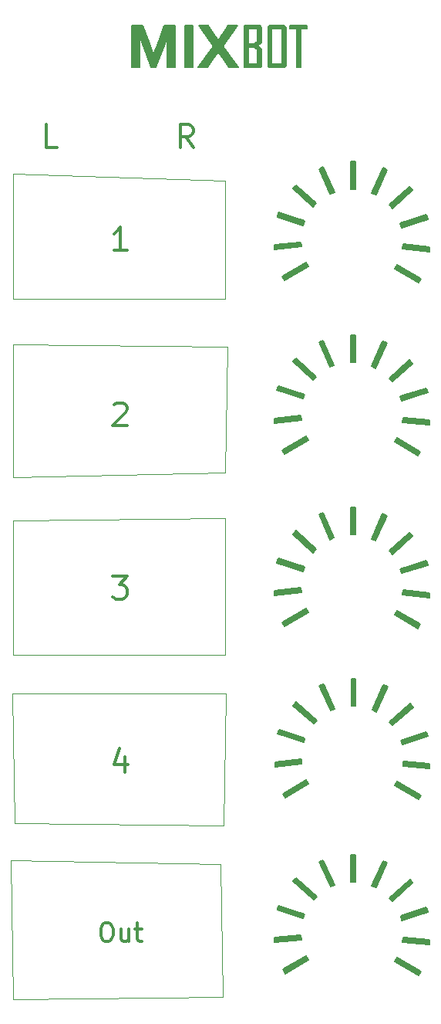
<source format=gto>
G04 #@! TF.GenerationSoftware,KiCad,Pcbnew,(6.0.4)*
G04 #@! TF.CreationDate,2023-11-12T13:57:48+01:00*
G04 #@! TF.ProjectId,FrontPanel_Mixer,46726f6e-7450-4616-9e65-6c5f4d697865,rev?*
G04 #@! TF.SameCoordinates,Original*
G04 #@! TF.FileFunction,Legend,Top*
G04 #@! TF.FilePolarity,Positive*
%FSLAX46Y46*%
G04 Gerber Fmt 4.6, Leading zero omitted, Abs format (unit mm)*
G04 Created by KiCad (PCBNEW (6.0.4)) date 2023-11-12 13:57:48*
%MOMM*%
%LPD*%
G01*
G04 APERTURE LIST*
%ADD10C,0.200000*%
%ADD11C,0.120000*%
%ADD12C,0.300000*%
%ADD13C,3.200000*%
%ADD14C,6.000000*%
%ADD15C,7.000000*%
G04 APERTURE END LIST*
D10*
G36*
X87706535Y-42359400D02*
G01*
X86862339Y-42359400D01*
X86862339Y-37750000D01*
X87706535Y-37750000D01*
X87706535Y-42359400D01*
G37*
X87706535Y-42359400D02*
X86862339Y-42359400D01*
X86862339Y-37750000D01*
X87706535Y-37750000D01*
X87706535Y-42359400D01*
G36*
X99951345Y-78211653D02*
G01*
X99796475Y-78687198D01*
X96944972Y-77760803D01*
X97099136Y-77284554D01*
X99951345Y-78211653D01*
G37*
X99951345Y-78211653D02*
X99796475Y-78687198D01*
X96944972Y-77760803D01*
X97099136Y-77284554D01*
X99951345Y-78211653D01*
G36*
X105551937Y-74679995D02*
G01*
X105051699Y-74679995D01*
X105051699Y-71681031D01*
X105551937Y-71681031D01*
X105551937Y-74679995D01*
G37*
X105551937Y-74679995D02*
X105051699Y-74679995D01*
X105051699Y-71681031D01*
X105551937Y-71681031D01*
X105551937Y-74679995D01*
D11*
X68000000Y-106750000D02*
X91250000Y-106750000D01*
D10*
G36*
X113699952Y-62055778D02*
G01*
X113699952Y-62558839D01*
X110763075Y-62250158D01*
X110815287Y-61752741D01*
X113699952Y-62055778D01*
G37*
X113699952Y-62055778D02*
X113699952Y-62558839D01*
X110763075Y-62250158D01*
X110815287Y-61752741D01*
X113699952Y-62055778D01*
D11*
X68000000Y-67750000D02*
X91250000Y-67750000D01*
D10*
G36*
X103233977Y-75015698D02*
G01*
X102777130Y-75218898D01*
X101557225Y-72479579D01*
X102014425Y-72275673D01*
X103233977Y-75015698D01*
G37*
X103233977Y-75015698D02*
X102777130Y-75218898D01*
X101557225Y-72479579D01*
X102014425Y-72275673D01*
X103233977Y-75015698D01*
G36*
X103272745Y-131985358D02*
G01*
X102815898Y-132188558D01*
X101595993Y-129449239D01*
X102053193Y-129245333D01*
X103272745Y-131985358D01*
G37*
X103272745Y-131985358D02*
X102815898Y-132188558D01*
X101595993Y-129449239D01*
X102053193Y-129245333D01*
X103272745Y-131985358D01*
G36*
X100410071Y-64217459D02*
G01*
X97813627Y-65716763D01*
X97563155Y-65283200D01*
X100160305Y-63783894D01*
X100410071Y-64217459D01*
G37*
X100410071Y-64217459D02*
X97813627Y-65716763D01*
X97563155Y-65283200D01*
X100160305Y-63783894D01*
X100410071Y-64217459D01*
G36*
X105582286Y-55674310D02*
G01*
X105082048Y-55674310D01*
X105082048Y-52675346D01*
X105582286Y-52675346D01*
X105582286Y-55674310D01*
G37*
X105582286Y-55674310D02*
X105082048Y-55674310D01*
X105082048Y-52675346D01*
X105582286Y-52675346D01*
X105582286Y-55674310D01*
G36*
X111864871Y-55802439D02*
G01*
X109636374Y-57809039D01*
X109301588Y-57437211D01*
X111530437Y-55430611D01*
X111864871Y-55802439D01*
G37*
X111864871Y-55802439D02*
X109636374Y-57809039D01*
X109301588Y-57437211D01*
X111530437Y-55430611D01*
X111864871Y-55802439D01*
G36*
X111834522Y-74808124D02*
G01*
X109606025Y-76814724D01*
X109271239Y-76442896D01*
X111500088Y-74436296D01*
X111834522Y-74808124D01*
G37*
X111834522Y-74808124D02*
X109606025Y-76814724D01*
X109271239Y-76442896D01*
X111500088Y-74436296D01*
X111834522Y-74808124D01*
G36*
X100436254Y-120903387D02*
G01*
X97839810Y-122402691D01*
X97589338Y-121969128D01*
X100186488Y-120469822D01*
X100436254Y-120903387D01*
G37*
X100436254Y-120903387D02*
X97839810Y-122402691D01*
X97589338Y-121969128D01*
X100186488Y-120469822D01*
X100436254Y-120903387D01*
G36*
X90024921Y-38697514D02*
G01*
X90179432Y-38923198D01*
X90309040Y-39114453D01*
X90413710Y-39271247D01*
X90493410Y-39393545D01*
X90510696Y-39393545D01*
X90609590Y-39241685D01*
X90720025Y-39075604D01*
X90842037Y-38895367D01*
X90975656Y-38701042D01*
X91633939Y-37749953D01*
X92605137Y-37749953D01*
X91000000Y-40016903D01*
X92674282Y-42359699D01*
X91716491Y-42359699D01*
X90996471Y-41329589D01*
X90866439Y-41142727D01*
X90741501Y-40961024D01*
X90621722Y-40784481D01*
X90507169Y-40613097D01*
X90493410Y-40613097D01*
X90374937Y-40789640D01*
X90253918Y-40967903D01*
X90130319Y-41147886D01*
X90004108Y-41329589D01*
X89284088Y-42359700D01*
X88326650Y-42359700D01*
X90000932Y-40016903D01*
X88395441Y-37749953D01*
X89366993Y-37749953D01*
X90024921Y-38697514D01*
G37*
X90024921Y-38697514D02*
X90179432Y-38923198D01*
X90309040Y-39114453D01*
X90413710Y-39271247D01*
X90493410Y-39393545D01*
X90510696Y-39393545D01*
X90609590Y-39241685D01*
X90720025Y-39075604D01*
X90842037Y-38895367D01*
X90975656Y-38701042D01*
X91633939Y-37749953D01*
X92605137Y-37749953D01*
X91000000Y-40016903D01*
X92674282Y-42359699D01*
X91716491Y-42359699D01*
X90996471Y-41329589D01*
X90866439Y-41142727D01*
X90741501Y-40961024D01*
X90621722Y-40784481D01*
X90507169Y-40613097D01*
X90493410Y-40613097D01*
X90374937Y-40789640D01*
X90253918Y-40967903D01*
X90130319Y-41147886D01*
X90004108Y-41329589D01*
X89284088Y-42359700D01*
X88326650Y-42359700D01*
X90000932Y-40016903D01*
X88395441Y-37749953D01*
X89366993Y-37749953D01*
X90024921Y-38697514D01*
G36*
X105207899Y-79801249D02*
G01*
X105233269Y-79803178D01*
X105258273Y-79806356D01*
X105282878Y-79810749D01*
X105307053Y-79816328D01*
X105330767Y-79823061D01*
X105353987Y-79830916D01*
X105376683Y-79839862D01*
X105398824Y-79849869D01*
X105420376Y-79860903D01*
X105441310Y-79872936D01*
X105461593Y-79885934D01*
X105481193Y-79899866D01*
X105500080Y-79914702D01*
X105518222Y-79930410D01*
X105535588Y-79946958D01*
X105552145Y-79964316D01*
X105567862Y-79982451D01*
X105582708Y-80001333D01*
X105596651Y-80020931D01*
X105609660Y-80041212D01*
X105621703Y-80062146D01*
X105632749Y-80083701D01*
X105642766Y-80105846D01*
X105651722Y-80128550D01*
X105659587Y-80151781D01*
X105666328Y-80175508D01*
X105671914Y-80199699D01*
X105676314Y-80224324D01*
X105679496Y-80249351D01*
X105681428Y-80274749D01*
X105682079Y-80300486D01*
X105681428Y-80326223D01*
X105679496Y-80351620D01*
X105676314Y-80376647D01*
X105671914Y-80401272D01*
X105666328Y-80425463D01*
X105659587Y-80449190D01*
X105651722Y-80472421D01*
X105642766Y-80495125D01*
X105632749Y-80517270D01*
X105621703Y-80538825D01*
X105609660Y-80559759D01*
X105596651Y-80580040D01*
X105582708Y-80599637D01*
X105567862Y-80618520D01*
X105552145Y-80636655D01*
X105535588Y-80654013D01*
X105518222Y-80670561D01*
X105500080Y-80686269D01*
X105481193Y-80701104D01*
X105461593Y-80715037D01*
X105441310Y-80728035D01*
X105420376Y-80740067D01*
X105398824Y-80751102D01*
X105376683Y-80761108D01*
X105353987Y-80770055D01*
X105330767Y-80777910D01*
X105307053Y-80784642D01*
X105282878Y-80790221D01*
X105258273Y-80794615D01*
X105233269Y-80797792D01*
X105207899Y-80799721D01*
X105182193Y-80800371D01*
X105156487Y-80799721D01*
X105131117Y-80797792D01*
X105106113Y-80794615D01*
X105081508Y-80790221D01*
X105057333Y-80784642D01*
X105033619Y-80777910D01*
X105010398Y-80770055D01*
X104987702Y-80761108D01*
X104965561Y-80751102D01*
X104944009Y-80740067D01*
X104923075Y-80728035D01*
X104902792Y-80715037D01*
X104883191Y-80701104D01*
X104864304Y-80686269D01*
X104846162Y-80670561D01*
X104828797Y-80654013D01*
X104812240Y-80636655D01*
X104796523Y-80618520D01*
X104781676Y-80599637D01*
X104767733Y-80580040D01*
X104754724Y-80559759D01*
X104742681Y-80538825D01*
X104731635Y-80517270D01*
X104721618Y-80495125D01*
X104712662Y-80472421D01*
X104704797Y-80449190D01*
X104698056Y-80425463D01*
X104692470Y-80401272D01*
X104688070Y-80376647D01*
X104684889Y-80351620D01*
X104682957Y-80326223D01*
X104682306Y-80300486D01*
X104682957Y-80274749D01*
X104684889Y-80249351D01*
X104688070Y-80224324D01*
X104692470Y-80199699D01*
X104698056Y-80175508D01*
X104704797Y-80151781D01*
X104712662Y-80128550D01*
X104721618Y-80105846D01*
X104731635Y-80083701D01*
X104742681Y-80062146D01*
X104754724Y-80041212D01*
X104767733Y-80020931D01*
X104781676Y-80001333D01*
X104796523Y-79982451D01*
X104812240Y-79964316D01*
X104828797Y-79946958D01*
X104846162Y-79930410D01*
X104864304Y-79914702D01*
X104883191Y-79899866D01*
X104902792Y-79885934D01*
X104923075Y-79872936D01*
X104944009Y-79860903D01*
X104965561Y-79849869D01*
X104987702Y-79839862D01*
X105010398Y-79830916D01*
X105033619Y-79823061D01*
X105057333Y-79816328D01*
X105081508Y-79810749D01*
X105106113Y-79806356D01*
X105131117Y-79803178D01*
X105156487Y-79801249D01*
X105182193Y-79800599D01*
X105207899Y-79801249D01*
G37*
X105207899Y-79801249D02*
X105233269Y-79803178D01*
X105258273Y-79806356D01*
X105282878Y-79810749D01*
X105307053Y-79816328D01*
X105330767Y-79823061D01*
X105353987Y-79830916D01*
X105376683Y-79839862D01*
X105398824Y-79849869D01*
X105420376Y-79860903D01*
X105441310Y-79872936D01*
X105461593Y-79885934D01*
X105481193Y-79899866D01*
X105500080Y-79914702D01*
X105518222Y-79930410D01*
X105535588Y-79946958D01*
X105552145Y-79964316D01*
X105567862Y-79982451D01*
X105582708Y-80001333D01*
X105596651Y-80020931D01*
X105609660Y-80041212D01*
X105621703Y-80062146D01*
X105632749Y-80083701D01*
X105642766Y-80105846D01*
X105651722Y-80128550D01*
X105659587Y-80151781D01*
X105666328Y-80175508D01*
X105671914Y-80199699D01*
X105676314Y-80224324D01*
X105679496Y-80249351D01*
X105681428Y-80274749D01*
X105682079Y-80300486D01*
X105681428Y-80326223D01*
X105679496Y-80351620D01*
X105676314Y-80376647D01*
X105671914Y-80401272D01*
X105666328Y-80425463D01*
X105659587Y-80449190D01*
X105651722Y-80472421D01*
X105642766Y-80495125D01*
X105632749Y-80517270D01*
X105621703Y-80538825D01*
X105609660Y-80559759D01*
X105596651Y-80580040D01*
X105582708Y-80599637D01*
X105567862Y-80618520D01*
X105552145Y-80636655D01*
X105535588Y-80654013D01*
X105518222Y-80670561D01*
X105500080Y-80686269D01*
X105481193Y-80701104D01*
X105461593Y-80715037D01*
X105441310Y-80728035D01*
X105420376Y-80740067D01*
X105398824Y-80751102D01*
X105376683Y-80761108D01*
X105353987Y-80770055D01*
X105330767Y-80777910D01*
X105307053Y-80784642D01*
X105282878Y-80790221D01*
X105258273Y-80794615D01*
X105233269Y-80797792D01*
X105207899Y-80799721D01*
X105182193Y-80800371D01*
X105156487Y-80799721D01*
X105131117Y-80797792D01*
X105106113Y-80794615D01*
X105081508Y-80790221D01*
X105057333Y-80784642D01*
X105033619Y-80777910D01*
X105010398Y-80770055D01*
X104987702Y-80761108D01*
X104965561Y-80751102D01*
X104944009Y-80740067D01*
X104923075Y-80728035D01*
X104902792Y-80715037D01*
X104883191Y-80701104D01*
X104864304Y-80686269D01*
X104846162Y-80670561D01*
X104828797Y-80654013D01*
X104812240Y-80636655D01*
X104796523Y-80618520D01*
X104781676Y-80599637D01*
X104767733Y-80580040D01*
X104754724Y-80559759D01*
X104742681Y-80538825D01*
X104731635Y-80517270D01*
X104721618Y-80495125D01*
X104712662Y-80472421D01*
X104704797Y-80449190D01*
X104698056Y-80425463D01*
X104692470Y-80401272D01*
X104688070Y-80376647D01*
X104684889Y-80351620D01*
X104682957Y-80326223D01*
X104682306Y-80300486D01*
X104682957Y-80274749D01*
X104684889Y-80249351D01*
X104688070Y-80224324D01*
X104692470Y-80199699D01*
X104698056Y-80175508D01*
X104704797Y-80151781D01*
X104712662Y-80128550D01*
X104721618Y-80105846D01*
X104731635Y-80083701D01*
X104742681Y-80062146D01*
X104754724Y-80041212D01*
X104767733Y-80020931D01*
X104781676Y-80001333D01*
X104796523Y-79982451D01*
X104812240Y-79964316D01*
X104828797Y-79946958D01*
X104846162Y-79930410D01*
X104864304Y-79914702D01*
X104883191Y-79899866D01*
X104902792Y-79885934D01*
X104923075Y-79872936D01*
X104944009Y-79860903D01*
X104965561Y-79849869D01*
X104987702Y-79839862D01*
X105010398Y-79830916D01*
X105033619Y-79823061D01*
X105057333Y-79816328D01*
X105081508Y-79810749D01*
X105106113Y-79806356D01*
X105131117Y-79803178D01*
X105156487Y-79801249D01*
X105182193Y-79800599D01*
X105207899Y-79801249D01*
G36*
X99605869Y-81017048D02*
G01*
X96669700Y-81325729D01*
X96669700Y-80822314D01*
X99554010Y-80519631D01*
X99605869Y-81017048D01*
G37*
X99605869Y-81017048D02*
X96669700Y-81325729D01*
X96669700Y-80822314D01*
X99554010Y-80519631D01*
X99605869Y-81017048D01*
G36*
X105264431Y-117481492D02*
G01*
X105289801Y-117483421D01*
X105314805Y-117486599D01*
X105339410Y-117490992D01*
X105363585Y-117496571D01*
X105387299Y-117503304D01*
X105410519Y-117511159D01*
X105433215Y-117520105D01*
X105455356Y-117530112D01*
X105476908Y-117541146D01*
X105497842Y-117553179D01*
X105518125Y-117566177D01*
X105537725Y-117580109D01*
X105556612Y-117594945D01*
X105574754Y-117610653D01*
X105592120Y-117627201D01*
X105608677Y-117644559D01*
X105624394Y-117662694D01*
X105639240Y-117681576D01*
X105653183Y-117701174D01*
X105666192Y-117721455D01*
X105678235Y-117742389D01*
X105689281Y-117763944D01*
X105699298Y-117786089D01*
X105708254Y-117808793D01*
X105716119Y-117832024D01*
X105722860Y-117855751D01*
X105728446Y-117879942D01*
X105732846Y-117904567D01*
X105736028Y-117929594D01*
X105737960Y-117954992D01*
X105738611Y-117980729D01*
X105737960Y-118006466D01*
X105736028Y-118031863D01*
X105732846Y-118056890D01*
X105728446Y-118081515D01*
X105722860Y-118105706D01*
X105716119Y-118129433D01*
X105708254Y-118152664D01*
X105699298Y-118175368D01*
X105689281Y-118197513D01*
X105678235Y-118219068D01*
X105666192Y-118240002D01*
X105653183Y-118260283D01*
X105639240Y-118279880D01*
X105624394Y-118298763D01*
X105608677Y-118316898D01*
X105592120Y-118334256D01*
X105574754Y-118350804D01*
X105556612Y-118366512D01*
X105537725Y-118381347D01*
X105518125Y-118395280D01*
X105497842Y-118408278D01*
X105476908Y-118420310D01*
X105455356Y-118431345D01*
X105433215Y-118441351D01*
X105410519Y-118450298D01*
X105387299Y-118458153D01*
X105363585Y-118464885D01*
X105339410Y-118470464D01*
X105314805Y-118474858D01*
X105289801Y-118478035D01*
X105264431Y-118479964D01*
X105238725Y-118480614D01*
X105213019Y-118479964D01*
X105187649Y-118478035D01*
X105162645Y-118474858D01*
X105138040Y-118470464D01*
X105113865Y-118464885D01*
X105090151Y-118458153D01*
X105066930Y-118450298D01*
X105044234Y-118441351D01*
X105022093Y-118431345D01*
X105000541Y-118420310D01*
X104979607Y-118408278D01*
X104959324Y-118395280D01*
X104939723Y-118381347D01*
X104920836Y-118366512D01*
X104902694Y-118350804D01*
X104885329Y-118334256D01*
X104868772Y-118316898D01*
X104853055Y-118298763D01*
X104838208Y-118279880D01*
X104824265Y-118260283D01*
X104811256Y-118240002D01*
X104799213Y-118219068D01*
X104788167Y-118197513D01*
X104778150Y-118175368D01*
X104769194Y-118152664D01*
X104761329Y-118129433D01*
X104754588Y-118105706D01*
X104749002Y-118081515D01*
X104744602Y-118056890D01*
X104741421Y-118031863D01*
X104739489Y-118006466D01*
X104738838Y-117980729D01*
X104739489Y-117954992D01*
X104741421Y-117929594D01*
X104744602Y-117904567D01*
X104749002Y-117879942D01*
X104754588Y-117855751D01*
X104761329Y-117832024D01*
X104769194Y-117808793D01*
X104778150Y-117786089D01*
X104788167Y-117763944D01*
X104799213Y-117742389D01*
X104811256Y-117721455D01*
X104824265Y-117701174D01*
X104838208Y-117681576D01*
X104853055Y-117662694D01*
X104868772Y-117644559D01*
X104885329Y-117627201D01*
X104902694Y-117610653D01*
X104920836Y-117594945D01*
X104939723Y-117580109D01*
X104959324Y-117566177D01*
X104979607Y-117553179D01*
X105000541Y-117541146D01*
X105022093Y-117530112D01*
X105044234Y-117520105D01*
X105066930Y-117511159D01*
X105090151Y-117503304D01*
X105113865Y-117496571D01*
X105138040Y-117490992D01*
X105162645Y-117486599D01*
X105187649Y-117483421D01*
X105213019Y-117481492D01*
X105238725Y-117480842D01*
X105264431Y-117481492D01*
G37*
X105264431Y-117481492D02*
X105289801Y-117483421D01*
X105314805Y-117486599D01*
X105339410Y-117490992D01*
X105363585Y-117496571D01*
X105387299Y-117503304D01*
X105410519Y-117511159D01*
X105433215Y-117520105D01*
X105455356Y-117530112D01*
X105476908Y-117541146D01*
X105497842Y-117553179D01*
X105518125Y-117566177D01*
X105537725Y-117580109D01*
X105556612Y-117594945D01*
X105574754Y-117610653D01*
X105592120Y-117627201D01*
X105608677Y-117644559D01*
X105624394Y-117662694D01*
X105639240Y-117681576D01*
X105653183Y-117701174D01*
X105666192Y-117721455D01*
X105678235Y-117742389D01*
X105689281Y-117763944D01*
X105699298Y-117786089D01*
X105708254Y-117808793D01*
X105716119Y-117832024D01*
X105722860Y-117855751D01*
X105728446Y-117879942D01*
X105732846Y-117904567D01*
X105736028Y-117929594D01*
X105737960Y-117954992D01*
X105738611Y-117980729D01*
X105737960Y-118006466D01*
X105736028Y-118031863D01*
X105732846Y-118056890D01*
X105728446Y-118081515D01*
X105722860Y-118105706D01*
X105716119Y-118129433D01*
X105708254Y-118152664D01*
X105699298Y-118175368D01*
X105689281Y-118197513D01*
X105678235Y-118219068D01*
X105666192Y-118240002D01*
X105653183Y-118260283D01*
X105639240Y-118279880D01*
X105624394Y-118298763D01*
X105608677Y-118316898D01*
X105592120Y-118334256D01*
X105574754Y-118350804D01*
X105556612Y-118366512D01*
X105537725Y-118381347D01*
X105518125Y-118395280D01*
X105497842Y-118408278D01*
X105476908Y-118420310D01*
X105455356Y-118431345D01*
X105433215Y-118441351D01*
X105410519Y-118450298D01*
X105387299Y-118458153D01*
X105363585Y-118464885D01*
X105339410Y-118470464D01*
X105314805Y-118474858D01*
X105289801Y-118478035D01*
X105264431Y-118479964D01*
X105238725Y-118480614D01*
X105213019Y-118479964D01*
X105187649Y-118478035D01*
X105162645Y-118474858D01*
X105138040Y-118470464D01*
X105113865Y-118464885D01*
X105090151Y-118458153D01*
X105066930Y-118450298D01*
X105044234Y-118441351D01*
X105022093Y-118431345D01*
X105000541Y-118420310D01*
X104979607Y-118408278D01*
X104959324Y-118395280D01*
X104939723Y-118381347D01*
X104920836Y-118366512D01*
X104902694Y-118350804D01*
X104885329Y-118334256D01*
X104868772Y-118316898D01*
X104853055Y-118298763D01*
X104838208Y-118279880D01*
X104824265Y-118260283D01*
X104811256Y-118240002D01*
X104799213Y-118219068D01*
X104788167Y-118197513D01*
X104778150Y-118175368D01*
X104769194Y-118152664D01*
X104761329Y-118129433D01*
X104754588Y-118105706D01*
X104749002Y-118081515D01*
X104744602Y-118056890D01*
X104741421Y-118031863D01*
X104739489Y-118006466D01*
X104738838Y-117980729D01*
X104739489Y-117954992D01*
X104741421Y-117929594D01*
X104744602Y-117904567D01*
X104749002Y-117879942D01*
X104754588Y-117855751D01*
X104761329Y-117832024D01*
X104769194Y-117808793D01*
X104778150Y-117786089D01*
X104788167Y-117763944D01*
X104799213Y-117742389D01*
X104811256Y-117721455D01*
X104824265Y-117701174D01*
X104838208Y-117681576D01*
X104853055Y-117662694D01*
X104868772Y-117644559D01*
X104885329Y-117627201D01*
X104902694Y-117610653D01*
X104920836Y-117594945D01*
X104939723Y-117580109D01*
X104959324Y-117566177D01*
X104979607Y-117553179D01*
X105000541Y-117541146D01*
X105022093Y-117530112D01*
X105044234Y-117520105D01*
X105066930Y-117511159D01*
X105090151Y-117503304D01*
X105113865Y-117496571D01*
X105138040Y-117490992D01*
X105162645Y-117486599D01*
X105187649Y-117483421D01*
X105213019Y-117481492D01*
X105238725Y-117480842D01*
X105264431Y-117481492D01*
G36*
X113726135Y-118741706D02*
G01*
X113726135Y-119244767D01*
X110789258Y-118936086D01*
X110841470Y-118438669D01*
X113726135Y-118741706D01*
G37*
X113726135Y-118741706D02*
X113726135Y-119244767D01*
X110789258Y-118936086D01*
X110841470Y-118438669D01*
X113726135Y-118741706D01*
D11*
X91000000Y-144250000D02*
X90750000Y-129750000D01*
D10*
G36*
X100379722Y-83223144D02*
G01*
X97783278Y-84722448D01*
X97532806Y-84288885D01*
X100129956Y-82789579D01*
X100379722Y-83223144D01*
G37*
X100379722Y-83223144D02*
X97783278Y-84722448D01*
X97532806Y-84288885D01*
X100129956Y-82789579D01*
X100379722Y-83223144D01*
G36*
X99605789Y-99930779D02*
G01*
X96669620Y-100239460D01*
X96669620Y-99736045D01*
X99553930Y-99433362D01*
X99605789Y-99930779D01*
G37*
X99605789Y-99930779D02*
X96669620Y-100239460D01*
X96669620Y-99736045D01*
X99553930Y-99433362D01*
X99605789Y-99930779D01*
G36*
X112767883Y-122177373D02*
G01*
X112517764Y-122610583D01*
X109920615Y-121110925D01*
X110170733Y-120677714D01*
X112767883Y-122177373D01*
G37*
X112767883Y-122177373D02*
X112517764Y-122610583D01*
X109920615Y-121110925D01*
X110170733Y-120677714D01*
X112767883Y-122177373D01*
G36*
X100261333Y-38100473D02*
G01*
X99544491Y-38100473D01*
X99544491Y-42372612D01*
X99132797Y-42372612D01*
X99132797Y-38100473D01*
X98409603Y-38100473D01*
X98409603Y-37736054D01*
X100261333Y-37736054D01*
X100261333Y-38100473D01*
G37*
X100261333Y-38100473D02*
X99544491Y-38100473D01*
X99544491Y-42372612D01*
X99132797Y-42372612D01*
X99132797Y-38100473D01*
X98409603Y-38100473D01*
X98409603Y-37736054D01*
X100261333Y-37736054D01*
X100261333Y-38100473D01*
G36*
X99951265Y-97125384D02*
G01*
X99796395Y-97600929D01*
X96944892Y-96674534D01*
X97099056Y-96198285D01*
X99951265Y-97125384D01*
G37*
X99951265Y-97125384D02*
X99796395Y-97600929D01*
X96944892Y-96674534D01*
X97099056Y-96198285D01*
X99951265Y-97125384D01*
G36*
X100379642Y-102136875D02*
G01*
X97783198Y-103636179D01*
X97532726Y-103202616D01*
X100129876Y-101703310D01*
X100379642Y-102136875D01*
G37*
X100379642Y-102136875D02*
X97783198Y-103636179D01*
X97532726Y-103202616D01*
X100129876Y-101703310D01*
X100379642Y-102136875D01*
D11*
X67750000Y-129250000D02*
X68000000Y-144500000D01*
D10*
G36*
X113523844Y-58983118D02*
G01*
X110671635Y-59909865D01*
X110517119Y-59433968D01*
X113369326Y-58507221D01*
X113523844Y-58983118D01*
G37*
X113523844Y-58983118D02*
X110671635Y-59909865D01*
X110517119Y-59433968D01*
X113369326Y-58507221D01*
X113523844Y-58983118D01*
G36*
X100007877Y-115891896D02*
G01*
X99853007Y-116367441D01*
X97001504Y-115441046D01*
X97155668Y-114964797D01*
X100007877Y-115891896D01*
G37*
X100007877Y-115891896D02*
X99853007Y-116367441D01*
X97001504Y-115441046D01*
X97155668Y-114964797D01*
X100007877Y-115891896D01*
D11*
X67875000Y-111000000D02*
X68125000Y-125250000D01*
X91250000Y-86750000D02*
X91500000Y-73000000D01*
D10*
G36*
X113532263Y-134958463D02*
G01*
X110680054Y-135885210D01*
X110525538Y-135409313D01*
X113377745Y-134482566D01*
X113532263Y-134958463D01*
G37*
X113532263Y-134958463D02*
X110680054Y-135885210D01*
X110525538Y-135409313D01*
X113377745Y-134482566D01*
X113532263Y-134958463D01*
D11*
X68000000Y-87250000D02*
X91250000Y-86750000D01*
D10*
G36*
X99644637Y-137986708D02*
G01*
X96708468Y-138295389D01*
X96708468Y-137791974D01*
X99592778Y-137489291D01*
X99644637Y-137986708D01*
G37*
X99644637Y-137986708D02*
X96708468Y-138295389D01*
X96708468Y-137791974D01*
X99592778Y-137489291D01*
X99644637Y-137986708D01*
G36*
X109082061Y-110257048D02*
G01*
X107862508Y-112996720D01*
X107405308Y-112793520D01*
X108625214Y-110053495D01*
X109082061Y-110257048D01*
G37*
X109082061Y-110257048D02*
X107862508Y-112996720D01*
X107405308Y-112793520D01*
X108625214Y-110053495D01*
X109082061Y-110257048D01*
G36*
X109055878Y-53571120D02*
G01*
X107836325Y-56310792D01*
X107379125Y-56107592D01*
X108599031Y-53367567D01*
X109055878Y-53571120D01*
G37*
X109055878Y-53571120D02*
X107836325Y-56310792D01*
X107379125Y-56107592D01*
X108599031Y-53367567D01*
X109055878Y-53571120D01*
G36*
X101291827Y-133234544D02*
G01*
X100957041Y-133606019D01*
X98728544Y-131599419D01*
X99063330Y-131227592D01*
X101291827Y-133234544D01*
G37*
X101291827Y-133234544D02*
X100957041Y-133606019D01*
X98728544Y-131599419D01*
X99063330Y-131227592D01*
X101291827Y-133234544D01*
G36*
X113493415Y-96902534D02*
G01*
X110641206Y-97829281D01*
X110486690Y-97353384D01*
X113338897Y-96426637D01*
X113493415Y-96902534D01*
G37*
X113493415Y-96902534D02*
X110641206Y-97829281D01*
X110486690Y-97353384D01*
X113338897Y-96426637D01*
X113493415Y-96902534D01*
D11*
X91375000Y-111000000D02*
X67875000Y-111000000D01*
D10*
G36*
X109025529Y-72576805D02*
G01*
X107805976Y-75316477D01*
X107348776Y-75113277D01*
X108568682Y-72373252D01*
X109025529Y-72576805D01*
G37*
X109025529Y-72576805D02*
X107805976Y-75316477D01*
X107348776Y-75113277D01*
X108568682Y-72373252D01*
X109025529Y-72576805D01*
G36*
X103290509Y-112695941D02*
G01*
X102833662Y-112899141D01*
X101613757Y-110159822D01*
X102070957Y-109955916D01*
X103290509Y-112695941D01*
G37*
X103290509Y-112695941D02*
X102833662Y-112899141D01*
X101613757Y-110159822D01*
X102070957Y-109955916D01*
X103290509Y-112695941D01*
G36*
X101283408Y-57259199D02*
G01*
X100948622Y-57630674D01*
X98720125Y-55624074D01*
X99054911Y-55252247D01*
X101283408Y-57259199D01*
G37*
X101283408Y-57259199D02*
X100948622Y-57630674D01*
X98720125Y-55624074D01*
X99054911Y-55252247D01*
X101283408Y-57259199D01*
G36*
X111873290Y-131777784D02*
G01*
X109644793Y-133784384D01*
X109310007Y-133412556D01*
X111538856Y-131405956D01*
X111873290Y-131777784D01*
G37*
X111873290Y-131777784D02*
X109644793Y-133784384D01*
X109310007Y-133412556D01*
X111538856Y-131405956D01*
X111873290Y-131777784D01*
G36*
X100418490Y-140192804D02*
G01*
X97822046Y-141692108D01*
X97571574Y-141258545D01*
X100168724Y-139759239D01*
X100418490Y-140192804D01*
G37*
X100418490Y-140192804D02*
X97822046Y-141692108D01*
X97571574Y-141258545D01*
X100168724Y-139759239D01*
X100418490Y-140192804D01*
G36*
X112750119Y-141466790D02*
G01*
X112500000Y-141900000D01*
X109902851Y-140400342D01*
X110152969Y-139967131D01*
X112750119Y-141466790D01*
G37*
X112750119Y-141466790D02*
X112500000Y-141900000D01*
X109902851Y-140400342D01*
X110152969Y-139967131D01*
X112750119Y-141466790D01*
D11*
X68000000Y-144500000D02*
X91000000Y-144250000D01*
X91250000Y-67750000D02*
X91250000Y-54750000D01*
X91250000Y-54750000D02*
X68000000Y-54000000D01*
D10*
G36*
X83007291Y-39944584D02*
G01*
X83056800Y-40082810D01*
X83105578Y-40223642D01*
X83200921Y-40513085D01*
X83293288Y-40812847D01*
X83382644Y-41122861D01*
X83403459Y-41122861D01*
X83483838Y-40845699D01*
X83573146Y-40558681D01*
X83671449Y-40261741D01*
X83778814Y-39954814D01*
X84574682Y-37749953D01*
X85760015Y-37749953D01*
X85760015Y-42359699D01*
X84915819Y-42359699D01*
X84915819Y-40023958D01*
X84918398Y-39756988D01*
X84926136Y-39469348D01*
X84939034Y-39161003D01*
X84957092Y-38831923D01*
X84926048Y-38831923D01*
X84895621Y-38933070D01*
X84862549Y-39040238D01*
X84826829Y-39153490D01*
X84788463Y-39272895D01*
X84748374Y-39394730D01*
X84707458Y-39515738D01*
X84665682Y-39635886D01*
X84623012Y-39755142D01*
X83668749Y-42359699D01*
X83124412Y-42359699D01*
X82170149Y-39755142D01*
X82127478Y-39635886D01*
X82085702Y-39515738D01*
X82044786Y-39394730D01*
X82004696Y-39272895D01*
X81966331Y-39153490D01*
X81930613Y-39040238D01*
X81897540Y-38933070D01*
X81867113Y-38831923D01*
X81836069Y-38831923D01*
X81854126Y-39145123D01*
X81867025Y-39447608D01*
X81874764Y-39739377D01*
X81877344Y-40020431D01*
X81877344Y-42359699D01*
X81033146Y-42359699D01*
X81033146Y-37749953D01*
X82211424Y-37749953D01*
X83007291Y-39944584D01*
G37*
X83007291Y-39944584D02*
X83056800Y-40082810D01*
X83105578Y-40223642D01*
X83200921Y-40513085D01*
X83293288Y-40812847D01*
X83382644Y-41122861D01*
X83403459Y-41122861D01*
X83483838Y-40845699D01*
X83573146Y-40558681D01*
X83671449Y-40261741D01*
X83778814Y-39954814D01*
X84574682Y-37749953D01*
X85760015Y-37749953D01*
X85760015Y-42359699D01*
X84915819Y-42359699D01*
X84915819Y-40023958D01*
X84918398Y-39756988D01*
X84926136Y-39469348D01*
X84939034Y-39161003D01*
X84957092Y-38831923D01*
X84926048Y-38831923D01*
X84895621Y-38933070D01*
X84862549Y-39040238D01*
X84826829Y-39153490D01*
X84788463Y-39272895D01*
X84748374Y-39394730D01*
X84707458Y-39515738D01*
X84665682Y-39635886D01*
X84623012Y-39755142D01*
X83668749Y-42359699D01*
X83124412Y-42359699D01*
X82170149Y-39755142D01*
X82127478Y-39635886D01*
X82085702Y-39515738D01*
X82044786Y-39394730D01*
X82004696Y-39272895D01*
X81966331Y-39153490D01*
X81930613Y-39040238D01*
X81897540Y-38933070D01*
X81867113Y-38831923D01*
X81836069Y-38831923D01*
X81854126Y-39145123D01*
X81867025Y-39447608D01*
X81874764Y-39739377D01*
X81877344Y-40020431D01*
X81877344Y-42359699D01*
X81033146Y-42359699D01*
X81033146Y-37749953D01*
X82211424Y-37749953D01*
X83007291Y-39944584D01*
G36*
X109025449Y-91490536D02*
G01*
X107805896Y-94230208D01*
X107348696Y-94027008D01*
X108568602Y-91286983D01*
X109025449Y-91490536D01*
G37*
X109025449Y-91490536D02*
X107805896Y-94230208D01*
X107348696Y-94027008D01*
X108568602Y-91286983D01*
X109025449Y-91490536D01*
G36*
X99662401Y-118697291D02*
G01*
X96726232Y-119005972D01*
X96726232Y-118502557D01*
X99610542Y-118199874D01*
X99662401Y-118697291D01*
G37*
X99662401Y-118697291D02*
X96726232Y-119005972D01*
X96726232Y-118502557D01*
X99610542Y-118199874D01*
X99662401Y-118697291D01*
G36*
X105551857Y-93593726D02*
G01*
X105051619Y-93593726D01*
X105051619Y-90594762D01*
X105551857Y-90594762D01*
X105551857Y-93593726D01*
G37*
X105551857Y-93593726D02*
X105051619Y-93593726D01*
X105051619Y-90594762D01*
X105551857Y-90594762D01*
X105551857Y-93593726D01*
D11*
X91250000Y-91750000D02*
X68000000Y-92000000D01*
D10*
G36*
X112711351Y-84497130D02*
G01*
X112461232Y-84930340D01*
X109864083Y-83430682D01*
X110114201Y-82997471D01*
X112711351Y-84497130D01*
G37*
X112711351Y-84497130D02*
X112461232Y-84930340D01*
X109864083Y-83430682D01*
X110114201Y-82997471D01*
X112711351Y-84497130D01*
G36*
X105246667Y-136770909D02*
G01*
X105272037Y-136772838D01*
X105297041Y-136776016D01*
X105321646Y-136780409D01*
X105345821Y-136785988D01*
X105369535Y-136792721D01*
X105392755Y-136800576D01*
X105415451Y-136809522D01*
X105437592Y-136819529D01*
X105459144Y-136830563D01*
X105480078Y-136842596D01*
X105500361Y-136855594D01*
X105519961Y-136869526D01*
X105538848Y-136884362D01*
X105556990Y-136900070D01*
X105574356Y-136916618D01*
X105590913Y-136933976D01*
X105606630Y-136952111D01*
X105621476Y-136970993D01*
X105635419Y-136990591D01*
X105648428Y-137010872D01*
X105660471Y-137031806D01*
X105671517Y-137053361D01*
X105681534Y-137075506D01*
X105690490Y-137098210D01*
X105698355Y-137121441D01*
X105705096Y-137145168D01*
X105710682Y-137169359D01*
X105715082Y-137193984D01*
X105718264Y-137219011D01*
X105720196Y-137244409D01*
X105720847Y-137270146D01*
X105720196Y-137295883D01*
X105718264Y-137321280D01*
X105715082Y-137346307D01*
X105710682Y-137370932D01*
X105705096Y-137395123D01*
X105698355Y-137418850D01*
X105690490Y-137442081D01*
X105681534Y-137464785D01*
X105671517Y-137486930D01*
X105660471Y-137508485D01*
X105648428Y-137529419D01*
X105635419Y-137549700D01*
X105621476Y-137569297D01*
X105606630Y-137588180D01*
X105590913Y-137606315D01*
X105574356Y-137623673D01*
X105556990Y-137640221D01*
X105538848Y-137655929D01*
X105519961Y-137670764D01*
X105500361Y-137684697D01*
X105480078Y-137697695D01*
X105459144Y-137709727D01*
X105437592Y-137720762D01*
X105415451Y-137730768D01*
X105392755Y-137739715D01*
X105369535Y-137747570D01*
X105345821Y-137754302D01*
X105321646Y-137759881D01*
X105297041Y-137764275D01*
X105272037Y-137767452D01*
X105246667Y-137769381D01*
X105220961Y-137770031D01*
X105195255Y-137769381D01*
X105169885Y-137767452D01*
X105144881Y-137764275D01*
X105120276Y-137759881D01*
X105096101Y-137754302D01*
X105072387Y-137747570D01*
X105049166Y-137739715D01*
X105026470Y-137730768D01*
X105004329Y-137720762D01*
X104982777Y-137709727D01*
X104961843Y-137697695D01*
X104941560Y-137684697D01*
X104921959Y-137670764D01*
X104903072Y-137655929D01*
X104884930Y-137640221D01*
X104867565Y-137623673D01*
X104851008Y-137606315D01*
X104835291Y-137588180D01*
X104820444Y-137569297D01*
X104806501Y-137549700D01*
X104793492Y-137529419D01*
X104781449Y-137508485D01*
X104770403Y-137486930D01*
X104760386Y-137464785D01*
X104751430Y-137442081D01*
X104743565Y-137418850D01*
X104736824Y-137395123D01*
X104731238Y-137370932D01*
X104726838Y-137346307D01*
X104723657Y-137321280D01*
X104721725Y-137295883D01*
X104721074Y-137270146D01*
X104721725Y-137244409D01*
X104723657Y-137219011D01*
X104726838Y-137193984D01*
X104731238Y-137169359D01*
X104736824Y-137145168D01*
X104743565Y-137121441D01*
X104751430Y-137098210D01*
X104760386Y-137075506D01*
X104770403Y-137053361D01*
X104781449Y-137031806D01*
X104793492Y-137010872D01*
X104806501Y-136990591D01*
X104820444Y-136970993D01*
X104835291Y-136952111D01*
X104851008Y-136933976D01*
X104867565Y-136916618D01*
X104884930Y-136900070D01*
X104903072Y-136884362D01*
X104921959Y-136869526D01*
X104941560Y-136855594D01*
X104961843Y-136842596D01*
X104982777Y-136830563D01*
X105004329Y-136819529D01*
X105026470Y-136809522D01*
X105049166Y-136800576D01*
X105072387Y-136792721D01*
X105096101Y-136785988D01*
X105120276Y-136780409D01*
X105144881Y-136776016D01*
X105169885Y-136772838D01*
X105195255Y-136770909D01*
X105220961Y-136770259D01*
X105246667Y-136770909D01*
G37*
X105246667Y-136770909D02*
X105272037Y-136772838D01*
X105297041Y-136776016D01*
X105321646Y-136780409D01*
X105345821Y-136785988D01*
X105369535Y-136792721D01*
X105392755Y-136800576D01*
X105415451Y-136809522D01*
X105437592Y-136819529D01*
X105459144Y-136830563D01*
X105480078Y-136842596D01*
X105500361Y-136855594D01*
X105519961Y-136869526D01*
X105538848Y-136884362D01*
X105556990Y-136900070D01*
X105574356Y-136916618D01*
X105590913Y-136933976D01*
X105606630Y-136952111D01*
X105621476Y-136970993D01*
X105635419Y-136990591D01*
X105648428Y-137010872D01*
X105660471Y-137031806D01*
X105671517Y-137053361D01*
X105681534Y-137075506D01*
X105690490Y-137098210D01*
X105698355Y-137121441D01*
X105705096Y-137145168D01*
X105710682Y-137169359D01*
X105715082Y-137193984D01*
X105718264Y-137219011D01*
X105720196Y-137244409D01*
X105720847Y-137270146D01*
X105720196Y-137295883D01*
X105718264Y-137321280D01*
X105715082Y-137346307D01*
X105710682Y-137370932D01*
X105705096Y-137395123D01*
X105698355Y-137418850D01*
X105690490Y-137442081D01*
X105681534Y-137464785D01*
X105671517Y-137486930D01*
X105660471Y-137508485D01*
X105648428Y-137529419D01*
X105635419Y-137549700D01*
X105621476Y-137569297D01*
X105606630Y-137588180D01*
X105590913Y-137606315D01*
X105574356Y-137623673D01*
X105556990Y-137640221D01*
X105538848Y-137655929D01*
X105519961Y-137670764D01*
X105500361Y-137684697D01*
X105480078Y-137697695D01*
X105459144Y-137709727D01*
X105437592Y-137720762D01*
X105415451Y-137730768D01*
X105392755Y-137739715D01*
X105369535Y-137747570D01*
X105345821Y-137754302D01*
X105321646Y-137759881D01*
X105297041Y-137764275D01*
X105272037Y-137767452D01*
X105246667Y-137769381D01*
X105220961Y-137770031D01*
X105195255Y-137769381D01*
X105169885Y-137767452D01*
X105144881Y-137764275D01*
X105120276Y-137759881D01*
X105096101Y-137754302D01*
X105072387Y-137747570D01*
X105049166Y-137739715D01*
X105026470Y-137730768D01*
X105004329Y-137720762D01*
X104982777Y-137709727D01*
X104961843Y-137697695D01*
X104941560Y-137684697D01*
X104921959Y-137670764D01*
X104903072Y-137655929D01*
X104884930Y-137640221D01*
X104867565Y-137623673D01*
X104851008Y-137606315D01*
X104835291Y-137588180D01*
X104820444Y-137569297D01*
X104806501Y-137549700D01*
X104793492Y-137529419D01*
X104781449Y-137508485D01*
X104770403Y-137486930D01*
X104760386Y-137464785D01*
X104751430Y-137442081D01*
X104743565Y-137418850D01*
X104736824Y-137395123D01*
X104731238Y-137370932D01*
X104726838Y-137346307D01*
X104723657Y-137321280D01*
X104721725Y-137295883D01*
X104721074Y-137270146D01*
X104721725Y-137244409D01*
X104723657Y-137219011D01*
X104726838Y-137193984D01*
X104731238Y-137169359D01*
X104736824Y-137145168D01*
X104743565Y-137121441D01*
X104751430Y-137098210D01*
X104760386Y-137075506D01*
X104770403Y-137053361D01*
X104781449Y-137031806D01*
X104793492Y-137010872D01*
X104806501Y-136990591D01*
X104820444Y-136970993D01*
X104835291Y-136952111D01*
X104851008Y-136933976D01*
X104867565Y-136916618D01*
X104884930Y-136900070D01*
X104903072Y-136884362D01*
X104921959Y-136869526D01*
X104941560Y-136855594D01*
X104961843Y-136842596D01*
X104982777Y-136830563D01*
X105004329Y-136819529D01*
X105026470Y-136809522D01*
X105049166Y-136800576D01*
X105072387Y-136792721D01*
X105096101Y-136785988D01*
X105120276Y-136780409D01*
X105144881Y-136776016D01*
X105169885Y-136772838D01*
X105195255Y-136770909D01*
X105220961Y-136770259D01*
X105246667Y-136770909D01*
G36*
X111891054Y-112488367D02*
G01*
X109662557Y-114494967D01*
X109327771Y-114123139D01*
X111556620Y-112116539D01*
X111891054Y-112488367D01*
G37*
X111891054Y-112488367D02*
X109662557Y-114494967D01*
X109327771Y-114123139D01*
X111556620Y-112116539D01*
X111891054Y-112488367D01*
G36*
X99981694Y-59205968D02*
G01*
X99826824Y-59681513D01*
X96975321Y-58755118D01*
X97129485Y-58278869D01*
X99981694Y-59205968D01*
G37*
X99981694Y-59205968D02*
X99826824Y-59681513D01*
X96975321Y-58755118D01*
X97129485Y-58278869D01*
X99981694Y-59205968D01*
G36*
X101252979Y-95178615D02*
G01*
X100918193Y-95550090D01*
X98689696Y-93543490D01*
X99024482Y-93171663D01*
X101252979Y-95178615D01*
G37*
X101252979Y-95178615D02*
X100918193Y-95550090D01*
X98689696Y-93543490D01*
X99024482Y-93171663D01*
X101252979Y-95178615D01*
D11*
X68000000Y-54000000D02*
X68000000Y-67750000D01*
X68125000Y-125250000D02*
X91125000Y-125500000D01*
D10*
G36*
X112711271Y-103410861D02*
G01*
X112461152Y-103844071D01*
X109864003Y-102344413D01*
X110114121Y-101911202D01*
X112711271Y-103410861D01*
G37*
X112711271Y-103410861D02*
X112461152Y-103844071D01*
X109864003Y-102344413D01*
X110114121Y-101911202D01*
X112711271Y-103410861D01*
D11*
X68000000Y-92000000D02*
X68000000Y-106750000D01*
D10*
G36*
X113550027Y-115669046D02*
G01*
X110697818Y-116595793D01*
X110543302Y-116119896D01*
X113395509Y-115193149D01*
X113550027Y-115669046D01*
G37*
X113550027Y-115669046D02*
X110697818Y-116595793D01*
X110543302Y-116119896D01*
X113395509Y-115193149D01*
X113550027Y-115669046D01*
G36*
X95965775Y-38046817D02*
G01*
X95966854Y-38029357D01*
X95968650Y-38012298D01*
X95971164Y-37995642D01*
X95974396Y-37979392D01*
X95978344Y-37963549D01*
X95983009Y-37948115D01*
X95988389Y-37933093D01*
X95994485Y-37918484D01*
X96001295Y-37904290D01*
X96008819Y-37890514D01*
X96017057Y-37877158D01*
X96026009Y-37864222D01*
X96035672Y-37851711D01*
X96046049Y-37839625D01*
X96057136Y-37827966D01*
X96068794Y-37816816D01*
X96080881Y-37806385D01*
X96093394Y-37796673D01*
X96106333Y-37787681D01*
X96119695Y-37779409D01*
X96133480Y-37771856D01*
X96147685Y-37765023D01*
X96162309Y-37758909D01*
X96177351Y-37753514D01*
X96192809Y-37748839D01*
X96208681Y-37744883D01*
X96224966Y-37741647D01*
X96241663Y-37739130D01*
X96258769Y-37737332D01*
X96276283Y-37736253D01*
X96294204Y-37735893D01*
X97591720Y-37735893D01*
X97609646Y-37736253D01*
X97627174Y-37737332D01*
X97644304Y-37739131D01*
X97661035Y-37741649D01*
X97677368Y-37744887D01*
X97693301Y-37748843D01*
X97708834Y-37753519D01*
X97723967Y-37758915D01*
X97738699Y-37765029D01*
X97753029Y-37771863D01*
X97766958Y-37779416D01*
X97780483Y-37787688D01*
X97793606Y-37796679D01*
X97806325Y-37806389D01*
X97818640Y-37816818D01*
X97830551Y-37827966D01*
X97841829Y-37839625D01*
X97852379Y-37851711D01*
X97862202Y-37864223D01*
X97871297Y-37877159D01*
X97879664Y-37890516D01*
X97887304Y-37904292D01*
X97894217Y-37918486D01*
X97900402Y-37933096D01*
X97905859Y-37948118D01*
X97910589Y-37963552D01*
X97914591Y-37979395D01*
X97917865Y-37995646D01*
X97920412Y-38012301D01*
X97922231Y-38029359D01*
X97923323Y-38046819D01*
X97923687Y-38064677D01*
X97923687Y-42044012D01*
X97923323Y-42061928D01*
X97922231Y-42079430D01*
X97920412Y-42096519D01*
X97917865Y-42113195D01*
X97914591Y-42129458D01*
X97910589Y-42145308D01*
X97905859Y-42160745D01*
X97900402Y-42175768D01*
X97894217Y-42190378D01*
X97887304Y-42204575D01*
X97879664Y-42218358D01*
X97871297Y-42231729D01*
X97862202Y-42244686D01*
X97852379Y-42257230D01*
X97841829Y-42269360D01*
X97830551Y-42281078D01*
X97818640Y-42292165D01*
X97806325Y-42302540D01*
X97793606Y-42312204D01*
X97780483Y-42321155D01*
X97766958Y-42329394D01*
X97753029Y-42336919D01*
X97738699Y-42343729D01*
X97723967Y-42349825D01*
X97708834Y-42355207D01*
X97693301Y-42359872D01*
X97677368Y-42363821D01*
X97661035Y-42367053D01*
X97644304Y-42369568D01*
X97627174Y-42371365D01*
X97609646Y-42372444D01*
X97591720Y-42372803D01*
X96294204Y-42372803D01*
X96276283Y-42372444D01*
X96258768Y-42371365D01*
X96241661Y-42369568D01*
X96224965Y-42367053D01*
X96208680Y-42363821D01*
X96192807Y-42359872D01*
X96177350Y-42355207D01*
X96162308Y-42349825D01*
X96147684Y-42343729D01*
X96133479Y-42336919D01*
X96119694Y-42329394D01*
X96106332Y-42321155D01*
X96093394Y-42312204D01*
X96080881Y-42302540D01*
X96068794Y-42292165D01*
X96057136Y-42281078D01*
X96046049Y-42269360D01*
X96035672Y-42257230D01*
X96026009Y-42244686D01*
X96017057Y-42231729D01*
X96008819Y-42218358D01*
X96001295Y-42204575D01*
X95994485Y-42190378D01*
X95988389Y-42175768D01*
X95983009Y-42160745D01*
X95978344Y-42145308D01*
X95974396Y-42129458D01*
X95971164Y-42113195D01*
X95968650Y-42096519D01*
X95966854Y-42079430D01*
X95965775Y-42061928D01*
X95965416Y-42044012D01*
X95965416Y-42008372D01*
X96376751Y-42008372D01*
X97511638Y-42008372D01*
X97511638Y-38100657D01*
X96376751Y-38100657D01*
X96376751Y-42008372D01*
X95965416Y-42008372D01*
X95965416Y-38064677D01*
X95965775Y-38046817D01*
G37*
X95965775Y-38046817D02*
X95966854Y-38029357D01*
X95968650Y-38012298D01*
X95971164Y-37995642D01*
X95974396Y-37979392D01*
X95978344Y-37963549D01*
X95983009Y-37948115D01*
X95988389Y-37933093D01*
X95994485Y-37918484D01*
X96001295Y-37904290D01*
X96008819Y-37890514D01*
X96017057Y-37877158D01*
X96026009Y-37864222D01*
X96035672Y-37851711D01*
X96046049Y-37839625D01*
X96057136Y-37827966D01*
X96068794Y-37816816D01*
X96080881Y-37806385D01*
X96093394Y-37796673D01*
X96106333Y-37787681D01*
X96119695Y-37779409D01*
X96133480Y-37771856D01*
X96147685Y-37765023D01*
X96162309Y-37758909D01*
X96177351Y-37753514D01*
X96192809Y-37748839D01*
X96208681Y-37744883D01*
X96224966Y-37741647D01*
X96241663Y-37739130D01*
X96258769Y-37737332D01*
X96276283Y-37736253D01*
X96294204Y-37735893D01*
X97591720Y-37735893D01*
X97609646Y-37736253D01*
X97627174Y-37737332D01*
X97644304Y-37739131D01*
X97661035Y-37741649D01*
X97677368Y-37744887D01*
X97693301Y-37748843D01*
X97708834Y-37753519D01*
X97723967Y-37758915D01*
X97738699Y-37765029D01*
X97753029Y-37771863D01*
X97766958Y-37779416D01*
X97780483Y-37787688D01*
X97793606Y-37796679D01*
X97806325Y-37806389D01*
X97818640Y-37816818D01*
X97830551Y-37827966D01*
X97841829Y-37839625D01*
X97852379Y-37851711D01*
X97862202Y-37864223D01*
X97871297Y-37877159D01*
X97879664Y-37890516D01*
X97887304Y-37904292D01*
X97894217Y-37918486D01*
X97900402Y-37933096D01*
X97905859Y-37948118D01*
X97910589Y-37963552D01*
X97914591Y-37979395D01*
X97917865Y-37995646D01*
X97920412Y-38012301D01*
X97922231Y-38029359D01*
X97923323Y-38046819D01*
X97923687Y-38064677D01*
X97923687Y-42044012D01*
X97923323Y-42061928D01*
X97922231Y-42079430D01*
X97920412Y-42096519D01*
X97917865Y-42113195D01*
X97914591Y-42129458D01*
X97910589Y-42145308D01*
X97905859Y-42160745D01*
X97900402Y-42175768D01*
X97894217Y-42190378D01*
X97887304Y-42204575D01*
X97879664Y-42218358D01*
X97871297Y-42231729D01*
X97862202Y-42244686D01*
X97852379Y-42257230D01*
X97841829Y-42269360D01*
X97830551Y-42281078D01*
X97818640Y-42292165D01*
X97806325Y-42302540D01*
X97793606Y-42312204D01*
X97780483Y-42321155D01*
X97766958Y-42329394D01*
X97753029Y-42336919D01*
X97738699Y-42343729D01*
X97723967Y-42349825D01*
X97708834Y-42355207D01*
X97693301Y-42359872D01*
X97677368Y-42363821D01*
X97661035Y-42367053D01*
X97644304Y-42369568D01*
X97627174Y-42371365D01*
X97609646Y-42372444D01*
X97591720Y-42372803D01*
X96294204Y-42372803D01*
X96276283Y-42372444D01*
X96258768Y-42371365D01*
X96241661Y-42369568D01*
X96224965Y-42367053D01*
X96208680Y-42363821D01*
X96192807Y-42359872D01*
X96177350Y-42355207D01*
X96162308Y-42349825D01*
X96147684Y-42343729D01*
X96133479Y-42336919D01*
X96119694Y-42329394D01*
X96106332Y-42321155D01*
X96093394Y-42312204D01*
X96080881Y-42302540D01*
X96068794Y-42292165D01*
X96057136Y-42281078D01*
X96046049Y-42269360D01*
X96035672Y-42257230D01*
X96026009Y-42244686D01*
X96017057Y-42231729D01*
X96008819Y-42218358D01*
X96001295Y-42204575D01*
X95994485Y-42190378D01*
X95988389Y-42175768D01*
X95983009Y-42160745D01*
X95978344Y-42145308D01*
X95974396Y-42129458D01*
X95971164Y-42113195D01*
X95968650Y-42096519D01*
X95966854Y-42079430D01*
X95965775Y-42061928D01*
X95965416Y-42044012D01*
X95965416Y-42008372D01*
X96376751Y-42008372D01*
X97511638Y-42008372D01*
X97511638Y-38100657D01*
X96376751Y-38100657D01*
X96376751Y-42008372D01*
X95965416Y-42008372D01*
X95965416Y-38064677D01*
X95965775Y-38046817D01*
D11*
X68000000Y-72750000D02*
X68000000Y-87250000D01*
X91125000Y-125500000D02*
X91375000Y-111000000D01*
D10*
G36*
X112741700Y-65491445D02*
G01*
X112491581Y-65924655D01*
X109894432Y-64424997D01*
X110144550Y-63991786D01*
X112741700Y-65491445D01*
G37*
X112741700Y-65491445D02*
X112491581Y-65924655D01*
X109894432Y-64424997D01*
X110144550Y-63991786D01*
X112741700Y-65491445D01*
G36*
X101309591Y-113945127D02*
G01*
X100974805Y-114316602D01*
X98746308Y-112310002D01*
X99081094Y-111938175D01*
X101309591Y-113945127D01*
G37*
X101309591Y-113945127D02*
X100974805Y-114316602D01*
X98746308Y-112310002D01*
X99081094Y-111938175D01*
X101309591Y-113945127D01*
D11*
X91500000Y-73000000D02*
X68000000Y-72750000D01*
D10*
G36*
X99990113Y-135181313D02*
G01*
X99835243Y-135656858D01*
X96983740Y-134730463D01*
X97137904Y-134254214D01*
X99990113Y-135181313D01*
G37*
X99990113Y-135181313D02*
X99835243Y-135656858D01*
X96983740Y-134730463D01*
X97137904Y-134254214D01*
X99990113Y-135181313D01*
G36*
X113669603Y-81061463D02*
G01*
X113669603Y-81564524D01*
X110732726Y-81255843D01*
X110784938Y-80758426D01*
X113669603Y-81061463D01*
G37*
X113669603Y-81061463D02*
X113669603Y-81564524D01*
X110732726Y-81255843D01*
X110784938Y-80758426D01*
X113669603Y-81061463D01*
D11*
X91250000Y-106750000D02*
X91250000Y-91750000D01*
D10*
G36*
X99636218Y-62011363D02*
G01*
X96700049Y-62320044D01*
X96700049Y-61816629D01*
X99584359Y-61513946D01*
X99636218Y-62011363D01*
G37*
X99636218Y-62011363D02*
X96700049Y-62320044D01*
X96700049Y-61816629D01*
X99584359Y-61513946D01*
X99636218Y-62011363D01*
G36*
X103264326Y-56010013D02*
G01*
X102807479Y-56213213D01*
X101587574Y-53473894D01*
X102044774Y-53269988D01*
X103264326Y-56010013D01*
G37*
X103264326Y-56010013D02*
X102807479Y-56213213D01*
X101587574Y-53473894D01*
X102044774Y-53269988D01*
X103264326Y-56010013D01*
G36*
X94904579Y-37736125D02*
G01*
X94922497Y-37736484D01*
X94940001Y-37737563D01*
X94957092Y-37739359D01*
X94973769Y-37741874D01*
X94990033Y-37745106D01*
X95005883Y-37749054D01*
X95021320Y-37753719D01*
X95036343Y-37759099D01*
X95050953Y-37765195D01*
X95065149Y-37772006D01*
X95078932Y-37779530D01*
X95092301Y-37787768D01*
X95105257Y-37796720D01*
X95117799Y-37806383D01*
X95129928Y-37816759D01*
X95141643Y-37827847D01*
X95152793Y-37839563D01*
X95163224Y-37851693D01*
X95172936Y-37864235D01*
X95181928Y-37877192D01*
X95190201Y-37890561D01*
X95197754Y-37904345D01*
X95204588Y-37918541D01*
X95210703Y-37933151D01*
X95216098Y-37948174D01*
X95220774Y-37963611D01*
X95224730Y-37979461D01*
X95227967Y-37995725D01*
X95230485Y-38012402D01*
X95232284Y-38029493D01*
X95233363Y-38046996D01*
X95233722Y-38064914D01*
X95233722Y-39442511D01*
X95233069Y-39465232D01*
X95231112Y-39487490D01*
X95227851Y-39509287D01*
X95223288Y-39530622D01*
X95217425Y-39551497D01*
X95210264Y-39571910D01*
X95201805Y-39591864D01*
X95192051Y-39611359D01*
X95181003Y-39630394D01*
X95168662Y-39648972D01*
X95155031Y-39667091D01*
X95140110Y-39684753D01*
X95123901Y-39701958D01*
X95106405Y-39718707D01*
X95087625Y-39735000D01*
X95067562Y-39750838D01*
X94741596Y-39946277D01*
X95091201Y-40171349D01*
X95100676Y-40177405D01*
X95109850Y-40183665D01*
X95118725Y-40190130D01*
X95127299Y-40196801D01*
X95135574Y-40203677D01*
X95143549Y-40210759D01*
X95151223Y-40218046D01*
X95158597Y-40225539D01*
X95165672Y-40233239D01*
X95172445Y-40241145D01*
X95178919Y-40249257D01*
X95185092Y-40257577D01*
X95190964Y-40266103D01*
X95196536Y-40274836D01*
X95201807Y-40283777D01*
X95206778Y-40292925D01*
X95211448Y-40302281D01*
X95215817Y-40311845D01*
X95219885Y-40321618D01*
X95223652Y-40331598D01*
X95227118Y-40341787D01*
X95230283Y-40352184D01*
X95233147Y-40362791D01*
X95235710Y-40373607D01*
X95237971Y-40384632D01*
X95239931Y-40395866D01*
X95241590Y-40407310D01*
X95242948Y-40418964D01*
X95244758Y-40442902D01*
X95245361Y-40467683D01*
X95245361Y-42043894D01*
X95245001Y-42061815D01*
X95243923Y-42079329D01*
X95242127Y-42096435D01*
X95239612Y-42113132D01*
X95236381Y-42129417D01*
X95232432Y-42145289D01*
X95227768Y-42160747D01*
X95222387Y-42175788D01*
X95216292Y-42190412D01*
X95209482Y-42204618D01*
X95201957Y-42218402D01*
X95193719Y-42231764D01*
X95184768Y-42244703D01*
X95175104Y-42257216D01*
X95164728Y-42269302D01*
X95153640Y-42280960D01*
X95141925Y-42292048D01*
X95129795Y-42302424D01*
X95117253Y-42312088D01*
X95104296Y-42321039D01*
X95090927Y-42329277D01*
X95077144Y-42336802D01*
X95062947Y-42343612D01*
X95048337Y-42349708D01*
X95033314Y-42355088D01*
X95017877Y-42359753D01*
X95002026Y-42363701D01*
X94985763Y-42366933D01*
X94969085Y-42369448D01*
X94951994Y-42371244D01*
X94934490Y-42372323D01*
X94916572Y-42372682D01*
X93387638Y-42372682D01*
X93387638Y-42008263D01*
X93799328Y-42008263D01*
X94830497Y-42008263D01*
X94830497Y-40405594D01*
X94412811Y-40132897D01*
X93799328Y-40132897D01*
X93799328Y-42008263D01*
X93387638Y-42008263D01*
X93387638Y-39774474D01*
X93799328Y-39774474D01*
X94406810Y-39774474D01*
X94818851Y-39495780D01*
X94818851Y-38100544D01*
X93799328Y-38100544D01*
X93799328Y-39774474D01*
X93387638Y-39774474D01*
X93387638Y-37736125D01*
X94904579Y-37736125D01*
G37*
X94904579Y-37736125D02*
X94922497Y-37736484D01*
X94940001Y-37737563D01*
X94957092Y-37739359D01*
X94973769Y-37741874D01*
X94990033Y-37745106D01*
X95005883Y-37749054D01*
X95021320Y-37753719D01*
X95036343Y-37759099D01*
X95050953Y-37765195D01*
X95065149Y-37772006D01*
X95078932Y-37779530D01*
X95092301Y-37787768D01*
X95105257Y-37796720D01*
X95117799Y-37806383D01*
X95129928Y-37816759D01*
X95141643Y-37827847D01*
X95152793Y-37839563D01*
X95163224Y-37851693D01*
X95172936Y-37864235D01*
X95181928Y-37877192D01*
X95190201Y-37890561D01*
X95197754Y-37904345D01*
X95204588Y-37918541D01*
X95210703Y-37933151D01*
X95216098Y-37948174D01*
X95220774Y-37963611D01*
X95224730Y-37979461D01*
X95227967Y-37995725D01*
X95230485Y-38012402D01*
X95232284Y-38029493D01*
X95233363Y-38046996D01*
X95233722Y-38064914D01*
X95233722Y-39442511D01*
X95233069Y-39465232D01*
X95231112Y-39487490D01*
X95227851Y-39509287D01*
X95223288Y-39530622D01*
X95217425Y-39551497D01*
X95210264Y-39571910D01*
X95201805Y-39591864D01*
X95192051Y-39611359D01*
X95181003Y-39630394D01*
X95168662Y-39648972D01*
X95155031Y-39667091D01*
X95140110Y-39684753D01*
X95123901Y-39701958D01*
X95106405Y-39718707D01*
X95087625Y-39735000D01*
X95067562Y-39750838D01*
X94741596Y-39946277D01*
X95091201Y-40171349D01*
X95100676Y-40177405D01*
X95109850Y-40183665D01*
X95118725Y-40190130D01*
X95127299Y-40196801D01*
X95135574Y-40203677D01*
X95143549Y-40210759D01*
X95151223Y-40218046D01*
X95158597Y-40225539D01*
X95165672Y-40233239D01*
X95172445Y-40241145D01*
X95178919Y-40249257D01*
X95185092Y-40257577D01*
X95190964Y-40266103D01*
X95196536Y-40274836D01*
X95201807Y-40283777D01*
X95206778Y-40292925D01*
X95211448Y-40302281D01*
X95215817Y-40311845D01*
X95219885Y-40321618D01*
X95223652Y-40331598D01*
X95227118Y-40341787D01*
X95230283Y-40352184D01*
X95233147Y-40362791D01*
X95235710Y-40373607D01*
X95237971Y-40384632D01*
X95239931Y-40395866D01*
X95241590Y-40407310D01*
X95242948Y-40418964D01*
X95244758Y-40442902D01*
X95245361Y-40467683D01*
X95245361Y-42043894D01*
X95245001Y-42061815D01*
X95243923Y-42079329D01*
X95242127Y-42096435D01*
X95239612Y-42113132D01*
X95236381Y-42129417D01*
X95232432Y-42145289D01*
X95227768Y-42160747D01*
X95222387Y-42175788D01*
X95216292Y-42190412D01*
X95209482Y-42204618D01*
X95201957Y-42218402D01*
X95193719Y-42231764D01*
X95184768Y-42244703D01*
X95175104Y-42257216D01*
X95164728Y-42269302D01*
X95153640Y-42280960D01*
X95141925Y-42292048D01*
X95129795Y-42302424D01*
X95117253Y-42312088D01*
X95104296Y-42321039D01*
X95090927Y-42329277D01*
X95077144Y-42336802D01*
X95062947Y-42343612D01*
X95048337Y-42349708D01*
X95033314Y-42355088D01*
X95017877Y-42359753D01*
X95002026Y-42363701D01*
X94985763Y-42366933D01*
X94969085Y-42369448D01*
X94951994Y-42371244D01*
X94934490Y-42372323D01*
X94916572Y-42372682D01*
X93387638Y-42372682D01*
X93387638Y-42008263D01*
X93799328Y-42008263D01*
X94830497Y-42008263D01*
X94830497Y-40405594D01*
X94412811Y-40132897D01*
X93799328Y-40132897D01*
X93799328Y-42008263D01*
X93387638Y-42008263D01*
X93387638Y-39774474D01*
X93799328Y-39774474D01*
X94406810Y-39774474D01*
X94818851Y-39495780D01*
X94818851Y-38100544D01*
X93799328Y-38100544D01*
X93799328Y-39774474D01*
X93387638Y-39774474D01*
X93387638Y-37736125D01*
X94904579Y-37736125D01*
G36*
X113493495Y-77988803D02*
G01*
X110641286Y-78915550D01*
X110486770Y-78439653D01*
X113338977Y-77512906D01*
X113493495Y-77988803D01*
G37*
X113493495Y-77988803D02*
X110641286Y-78915550D01*
X110486770Y-78439653D01*
X113338977Y-77512906D01*
X113493495Y-77988803D01*
G36*
X105207819Y-98714980D02*
G01*
X105233189Y-98716909D01*
X105258193Y-98720087D01*
X105282798Y-98724480D01*
X105306973Y-98730059D01*
X105330687Y-98736792D01*
X105353907Y-98744647D01*
X105376603Y-98753593D01*
X105398744Y-98763600D01*
X105420296Y-98774634D01*
X105441230Y-98786667D01*
X105461513Y-98799665D01*
X105481113Y-98813597D01*
X105500000Y-98828433D01*
X105518142Y-98844141D01*
X105535508Y-98860689D01*
X105552065Y-98878047D01*
X105567782Y-98896182D01*
X105582628Y-98915064D01*
X105596571Y-98934662D01*
X105609580Y-98954943D01*
X105621623Y-98975877D01*
X105632669Y-98997432D01*
X105642686Y-99019577D01*
X105651642Y-99042281D01*
X105659507Y-99065512D01*
X105666248Y-99089239D01*
X105671834Y-99113430D01*
X105676234Y-99138055D01*
X105679416Y-99163082D01*
X105681348Y-99188480D01*
X105681999Y-99214217D01*
X105681348Y-99239954D01*
X105679416Y-99265351D01*
X105676234Y-99290378D01*
X105671834Y-99315003D01*
X105666248Y-99339194D01*
X105659507Y-99362921D01*
X105651642Y-99386152D01*
X105642686Y-99408856D01*
X105632669Y-99431001D01*
X105621623Y-99452556D01*
X105609580Y-99473490D01*
X105596571Y-99493771D01*
X105582628Y-99513368D01*
X105567782Y-99532251D01*
X105552065Y-99550386D01*
X105535508Y-99567744D01*
X105518142Y-99584292D01*
X105500000Y-99600000D01*
X105481113Y-99614835D01*
X105461513Y-99628768D01*
X105441230Y-99641766D01*
X105420296Y-99653798D01*
X105398744Y-99664833D01*
X105376603Y-99674839D01*
X105353907Y-99683786D01*
X105330687Y-99691641D01*
X105306973Y-99698373D01*
X105282798Y-99703952D01*
X105258193Y-99708346D01*
X105233189Y-99711523D01*
X105207819Y-99713452D01*
X105182113Y-99714102D01*
X105156407Y-99713452D01*
X105131037Y-99711523D01*
X105106033Y-99708346D01*
X105081428Y-99703952D01*
X105057253Y-99698373D01*
X105033539Y-99691641D01*
X105010318Y-99683786D01*
X104987622Y-99674839D01*
X104965481Y-99664833D01*
X104943929Y-99653798D01*
X104922995Y-99641766D01*
X104902712Y-99628768D01*
X104883111Y-99614835D01*
X104864224Y-99600000D01*
X104846082Y-99584292D01*
X104828717Y-99567744D01*
X104812160Y-99550386D01*
X104796443Y-99532251D01*
X104781596Y-99513368D01*
X104767653Y-99493771D01*
X104754644Y-99473490D01*
X104742601Y-99452556D01*
X104731555Y-99431001D01*
X104721538Y-99408856D01*
X104712582Y-99386152D01*
X104704717Y-99362921D01*
X104697976Y-99339194D01*
X104692390Y-99315003D01*
X104687990Y-99290378D01*
X104684809Y-99265351D01*
X104682877Y-99239954D01*
X104682226Y-99214217D01*
X104682877Y-99188480D01*
X104684809Y-99163082D01*
X104687990Y-99138055D01*
X104692390Y-99113430D01*
X104697976Y-99089239D01*
X104704717Y-99065512D01*
X104712582Y-99042281D01*
X104721538Y-99019577D01*
X104731555Y-98997432D01*
X104742601Y-98975877D01*
X104754644Y-98954943D01*
X104767653Y-98934662D01*
X104781596Y-98915064D01*
X104796443Y-98896182D01*
X104812160Y-98878047D01*
X104828717Y-98860689D01*
X104846082Y-98844141D01*
X104864224Y-98828433D01*
X104883111Y-98813597D01*
X104902712Y-98799665D01*
X104922995Y-98786667D01*
X104943929Y-98774634D01*
X104965481Y-98763600D01*
X104987622Y-98753593D01*
X105010318Y-98744647D01*
X105033539Y-98736792D01*
X105057253Y-98730059D01*
X105081428Y-98724480D01*
X105106033Y-98720087D01*
X105131037Y-98716909D01*
X105156407Y-98714980D01*
X105182113Y-98714330D01*
X105207819Y-98714980D01*
G37*
X105207819Y-98714980D02*
X105233189Y-98716909D01*
X105258193Y-98720087D01*
X105282798Y-98724480D01*
X105306973Y-98730059D01*
X105330687Y-98736792D01*
X105353907Y-98744647D01*
X105376603Y-98753593D01*
X105398744Y-98763600D01*
X105420296Y-98774634D01*
X105441230Y-98786667D01*
X105461513Y-98799665D01*
X105481113Y-98813597D01*
X105500000Y-98828433D01*
X105518142Y-98844141D01*
X105535508Y-98860689D01*
X105552065Y-98878047D01*
X105567782Y-98896182D01*
X105582628Y-98915064D01*
X105596571Y-98934662D01*
X105609580Y-98954943D01*
X105621623Y-98975877D01*
X105632669Y-98997432D01*
X105642686Y-99019577D01*
X105651642Y-99042281D01*
X105659507Y-99065512D01*
X105666248Y-99089239D01*
X105671834Y-99113430D01*
X105676234Y-99138055D01*
X105679416Y-99163082D01*
X105681348Y-99188480D01*
X105681999Y-99214217D01*
X105681348Y-99239954D01*
X105679416Y-99265351D01*
X105676234Y-99290378D01*
X105671834Y-99315003D01*
X105666248Y-99339194D01*
X105659507Y-99362921D01*
X105651642Y-99386152D01*
X105642686Y-99408856D01*
X105632669Y-99431001D01*
X105621623Y-99452556D01*
X105609580Y-99473490D01*
X105596571Y-99493771D01*
X105582628Y-99513368D01*
X105567782Y-99532251D01*
X105552065Y-99550386D01*
X105535508Y-99567744D01*
X105518142Y-99584292D01*
X105500000Y-99600000D01*
X105481113Y-99614835D01*
X105461513Y-99628768D01*
X105441230Y-99641766D01*
X105420296Y-99653798D01*
X105398744Y-99664833D01*
X105376603Y-99674839D01*
X105353907Y-99683786D01*
X105330687Y-99691641D01*
X105306973Y-99698373D01*
X105282798Y-99703952D01*
X105258193Y-99708346D01*
X105233189Y-99711523D01*
X105207819Y-99713452D01*
X105182113Y-99714102D01*
X105156407Y-99713452D01*
X105131037Y-99711523D01*
X105106033Y-99708346D01*
X105081428Y-99703952D01*
X105057253Y-99698373D01*
X105033539Y-99691641D01*
X105010318Y-99683786D01*
X104987622Y-99674839D01*
X104965481Y-99664833D01*
X104943929Y-99653798D01*
X104922995Y-99641766D01*
X104902712Y-99628768D01*
X104883111Y-99614835D01*
X104864224Y-99600000D01*
X104846082Y-99584292D01*
X104828717Y-99567744D01*
X104812160Y-99550386D01*
X104796443Y-99532251D01*
X104781596Y-99513368D01*
X104767653Y-99493771D01*
X104754644Y-99473490D01*
X104742601Y-99452556D01*
X104731555Y-99431001D01*
X104721538Y-99408856D01*
X104712582Y-99386152D01*
X104704717Y-99362921D01*
X104697976Y-99339194D01*
X104692390Y-99315003D01*
X104687990Y-99290378D01*
X104684809Y-99265351D01*
X104682877Y-99239954D01*
X104682226Y-99214217D01*
X104682877Y-99188480D01*
X104684809Y-99163082D01*
X104687990Y-99138055D01*
X104692390Y-99113430D01*
X104697976Y-99089239D01*
X104704717Y-99065512D01*
X104712582Y-99042281D01*
X104721538Y-99019577D01*
X104731555Y-98997432D01*
X104742601Y-98975877D01*
X104754644Y-98954943D01*
X104767653Y-98934662D01*
X104781596Y-98915064D01*
X104796443Y-98896182D01*
X104812160Y-98878047D01*
X104828717Y-98860689D01*
X104846082Y-98844141D01*
X104864224Y-98828433D01*
X104883111Y-98813597D01*
X104902712Y-98799665D01*
X104922995Y-98786667D01*
X104943929Y-98774634D01*
X104965481Y-98763600D01*
X104987622Y-98753593D01*
X105010318Y-98744647D01*
X105033539Y-98736792D01*
X105057253Y-98730059D01*
X105081428Y-98724480D01*
X105106033Y-98720087D01*
X105131037Y-98716909D01*
X105156407Y-98714980D01*
X105182113Y-98714330D01*
X105207819Y-98714980D01*
G36*
X113708371Y-138031123D02*
G01*
X113708371Y-138534184D01*
X110771494Y-138225503D01*
X110823706Y-137728086D01*
X113708371Y-138031123D01*
G37*
X113708371Y-138031123D02*
X113708371Y-138534184D01*
X110771494Y-138225503D01*
X110823706Y-137728086D01*
X113708371Y-138031123D01*
G36*
X103233897Y-93929429D02*
G01*
X102777050Y-94132629D01*
X101557145Y-91393310D01*
X102014345Y-91189404D01*
X103233897Y-93929429D01*
G37*
X103233897Y-93929429D02*
X102777050Y-94132629D01*
X101557145Y-91393310D01*
X102014345Y-91189404D01*
X103233897Y-93929429D01*
G36*
X105238248Y-60795564D02*
G01*
X105263618Y-60797493D01*
X105288622Y-60800671D01*
X105313227Y-60805064D01*
X105337402Y-60810643D01*
X105361116Y-60817376D01*
X105384336Y-60825231D01*
X105407032Y-60834177D01*
X105429173Y-60844184D01*
X105450725Y-60855218D01*
X105471659Y-60867251D01*
X105491942Y-60880249D01*
X105511542Y-60894181D01*
X105530429Y-60909017D01*
X105548571Y-60924725D01*
X105565937Y-60941273D01*
X105582494Y-60958631D01*
X105598211Y-60976766D01*
X105613057Y-60995648D01*
X105627000Y-61015246D01*
X105640009Y-61035527D01*
X105652052Y-61056461D01*
X105663098Y-61078016D01*
X105673115Y-61100161D01*
X105682071Y-61122865D01*
X105689936Y-61146096D01*
X105696677Y-61169823D01*
X105702263Y-61194014D01*
X105706663Y-61218639D01*
X105709845Y-61243666D01*
X105711777Y-61269064D01*
X105712428Y-61294801D01*
X105711777Y-61320538D01*
X105709845Y-61345935D01*
X105706663Y-61370962D01*
X105702263Y-61395587D01*
X105696677Y-61419778D01*
X105689936Y-61443505D01*
X105682071Y-61466736D01*
X105673115Y-61489440D01*
X105663098Y-61511585D01*
X105652052Y-61533140D01*
X105640009Y-61554074D01*
X105627000Y-61574355D01*
X105613057Y-61593952D01*
X105598211Y-61612835D01*
X105582494Y-61630970D01*
X105565937Y-61648328D01*
X105548571Y-61664876D01*
X105530429Y-61680584D01*
X105511542Y-61695419D01*
X105491942Y-61709352D01*
X105471659Y-61722350D01*
X105450725Y-61734382D01*
X105429173Y-61745417D01*
X105407032Y-61755423D01*
X105384336Y-61764370D01*
X105361116Y-61772225D01*
X105337402Y-61778957D01*
X105313227Y-61784536D01*
X105288622Y-61788930D01*
X105263618Y-61792107D01*
X105238248Y-61794036D01*
X105212542Y-61794686D01*
X105186836Y-61794036D01*
X105161466Y-61792107D01*
X105136462Y-61788930D01*
X105111857Y-61784536D01*
X105087682Y-61778957D01*
X105063968Y-61772225D01*
X105040747Y-61764370D01*
X105018051Y-61755423D01*
X104995910Y-61745417D01*
X104974358Y-61734382D01*
X104953424Y-61722350D01*
X104933141Y-61709352D01*
X104913540Y-61695419D01*
X104894653Y-61680584D01*
X104876511Y-61664876D01*
X104859146Y-61648328D01*
X104842589Y-61630970D01*
X104826872Y-61612835D01*
X104812025Y-61593952D01*
X104798082Y-61574355D01*
X104785073Y-61554074D01*
X104773030Y-61533140D01*
X104761984Y-61511585D01*
X104751967Y-61489440D01*
X104743011Y-61466736D01*
X104735146Y-61443505D01*
X104728405Y-61419778D01*
X104722819Y-61395587D01*
X104718419Y-61370962D01*
X104715238Y-61345935D01*
X104713306Y-61320538D01*
X104712655Y-61294801D01*
X104713306Y-61269064D01*
X104715238Y-61243666D01*
X104718419Y-61218639D01*
X104722819Y-61194014D01*
X104728405Y-61169823D01*
X104735146Y-61146096D01*
X104743011Y-61122865D01*
X104751967Y-61100161D01*
X104761984Y-61078016D01*
X104773030Y-61056461D01*
X104785073Y-61035527D01*
X104798082Y-61015246D01*
X104812025Y-60995648D01*
X104826872Y-60976766D01*
X104842589Y-60958631D01*
X104859146Y-60941273D01*
X104876511Y-60924725D01*
X104894653Y-60909017D01*
X104913540Y-60894181D01*
X104933141Y-60880249D01*
X104953424Y-60867251D01*
X104974358Y-60855218D01*
X104995910Y-60844184D01*
X105018051Y-60834177D01*
X105040747Y-60825231D01*
X105063968Y-60817376D01*
X105087682Y-60810643D01*
X105111857Y-60805064D01*
X105136462Y-60800671D01*
X105161466Y-60797493D01*
X105186836Y-60795564D01*
X105212542Y-60794914D01*
X105238248Y-60795564D01*
G37*
X105238248Y-60795564D02*
X105263618Y-60797493D01*
X105288622Y-60800671D01*
X105313227Y-60805064D01*
X105337402Y-60810643D01*
X105361116Y-60817376D01*
X105384336Y-60825231D01*
X105407032Y-60834177D01*
X105429173Y-60844184D01*
X105450725Y-60855218D01*
X105471659Y-60867251D01*
X105491942Y-60880249D01*
X105511542Y-60894181D01*
X105530429Y-60909017D01*
X105548571Y-60924725D01*
X105565937Y-60941273D01*
X105582494Y-60958631D01*
X105598211Y-60976766D01*
X105613057Y-60995648D01*
X105627000Y-61015246D01*
X105640009Y-61035527D01*
X105652052Y-61056461D01*
X105663098Y-61078016D01*
X105673115Y-61100161D01*
X105682071Y-61122865D01*
X105689936Y-61146096D01*
X105696677Y-61169823D01*
X105702263Y-61194014D01*
X105706663Y-61218639D01*
X105709845Y-61243666D01*
X105711777Y-61269064D01*
X105712428Y-61294801D01*
X105711777Y-61320538D01*
X105709845Y-61345935D01*
X105706663Y-61370962D01*
X105702263Y-61395587D01*
X105696677Y-61419778D01*
X105689936Y-61443505D01*
X105682071Y-61466736D01*
X105673115Y-61489440D01*
X105663098Y-61511585D01*
X105652052Y-61533140D01*
X105640009Y-61554074D01*
X105627000Y-61574355D01*
X105613057Y-61593952D01*
X105598211Y-61612835D01*
X105582494Y-61630970D01*
X105565937Y-61648328D01*
X105548571Y-61664876D01*
X105530429Y-61680584D01*
X105511542Y-61695419D01*
X105491942Y-61709352D01*
X105471659Y-61722350D01*
X105450725Y-61734382D01*
X105429173Y-61745417D01*
X105407032Y-61755423D01*
X105384336Y-61764370D01*
X105361116Y-61772225D01*
X105337402Y-61778957D01*
X105313227Y-61784536D01*
X105288622Y-61788930D01*
X105263618Y-61792107D01*
X105238248Y-61794036D01*
X105212542Y-61794686D01*
X105186836Y-61794036D01*
X105161466Y-61792107D01*
X105136462Y-61788930D01*
X105111857Y-61784536D01*
X105087682Y-61778957D01*
X105063968Y-61772225D01*
X105040747Y-61764370D01*
X105018051Y-61755423D01*
X104995910Y-61745417D01*
X104974358Y-61734382D01*
X104953424Y-61722350D01*
X104933141Y-61709352D01*
X104913540Y-61695419D01*
X104894653Y-61680584D01*
X104876511Y-61664876D01*
X104859146Y-61648328D01*
X104842589Y-61630970D01*
X104826872Y-61612835D01*
X104812025Y-61593952D01*
X104798082Y-61574355D01*
X104785073Y-61554074D01*
X104773030Y-61533140D01*
X104761984Y-61511585D01*
X104751967Y-61489440D01*
X104743011Y-61466736D01*
X104735146Y-61443505D01*
X104728405Y-61419778D01*
X104722819Y-61395587D01*
X104718419Y-61370962D01*
X104715238Y-61345935D01*
X104713306Y-61320538D01*
X104712655Y-61294801D01*
X104713306Y-61269064D01*
X104715238Y-61243666D01*
X104718419Y-61218639D01*
X104722819Y-61194014D01*
X104728405Y-61169823D01*
X104735146Y-61146096D01*
X104743011Y-61122865D01*
X104751967Y-61100161D01*
X104761984Y-61078016D01*
X104773030Y-61056461D01*
X104785073Y-61035527D01*
X104798082Y-61015246D01*
X104812025Y-60995648D01*
X104826872Y-60976766D01*
X104842589Y-60958631D01*
X104859146Y-60941273D01*
X104876511Y-60924725D01*
X104894653Y-60909017D01*
X104913540Y-60894181D01*
X104933141Y-60880249D01*
X104953424Y-60867251D01*
X104974358Y-60855218D01*
X104995910Y-60844184D01*
X105018051Y-60834177D01*
X105040747Y-60825231D01*
X105063968Y-60817376D01*
X105087682Y-60810643D01*
X105111857Y-60805064D01*
X105136462Y-60800671D01*
X105161466Y-60797493D01*
X105186836Y-60795564D01*
X105212542Y-60794914D01*
X105238248Y-60795564D01*
D11*
X90750000Y-129750000D02*
X67750000Y-129250000D01*
D10*
G36*
X101253059Y-76264884D02*
G01*
X100918273Y-76636359D01*
X98689776Y-74629759D01*
X99024562Y-74257932D01*
X101253059Y-76264884D01*
G37*
X101253059Y-76264884D02*
X100918273Y-76636359D01*
X98689776Y-74629759D01*
X99024562Y-74257932D01*
X101253059Y-76264884D01*
G36*
X105608469Y-112360238D02*
G01*
X105108231Y-112360238D01*
X105108231Y-109361274D01*
X105608469Y-109361274D01*
X105608469Y-112360238D01*
G37*
X105608469Y-112360238D02*
X105108231Y-112360238D01*
X105108231Y-109361274D01*
X105608469Y-109361274D01*
X105608469Y-112360238D01*
G36*
X113669523Y-99975194D02*
G01*
X113669523Y-100478255D01*
X110732646Y-100169574D01*
X110784858Y-99672157D01*
X113669523Y-99975194D01*
G37*
X113669523Y-99975194D02*
X113669523Y-100478255D01*
X110732646Y-100169574D01*
X110784858Y-99672157D01*
X113669523Y-99975194D01*
G36*
X111834442Y-93721855D02*
G01*
X109605945Y-95728455D01*
X109271159Y-95356627D01*
X111500008Y-93350027D01*
X111834442Y-93721855D01*
G37*
X111834442Y-93721855D02*
X109605945Y-95728455D01*
X109271159Y-95356627D01*
X111500008Y-93350027D01*
X111834442Y-93721855D01*
G36*
X105590705Y-131649655D02*
G01*
X105090467Y-131649655D01*
X105090467Y-128650691D01*
X105590705Y-128650691D01*
X105590705Y-131649655D01*
G37*
X105590705Y-131649655D02*
X105090467Y-131649655D01*
X105090467Y-128650691D01*
X105590705Y-128650691D01*
X105590705Y-131649655D01*
G36*
X109064297Y-129546465D02*
G01*
X107844744Y-132286137D01*
X107387544Y-132082937D01*
X108607450Y-129342912D01*
X109064297Y-129546465D01*
G37*
X109064297Y-129546465D02*
X107844744Y-132286137D01*
X107387544Y-132082937D01*
X108607450Y-129342912D01*
X109064297Y-129546465D01*
D12*
X87773809Y-51130952D02*
X86940476Y-49940476D01*
X86345238Y-51130952D02*
X86345238Y-48630952D01*
X87297619Y-48630952D01*
X87535714Y-48750000D01*
X87654761Y-48869047D01*
X87773809Y-49107142D01*
X87773809Y-49464285D01*
X87654761Y-49702380D01*
X87535714Y-49821428D01*
X87297619Y-49940476D01*
X86345238Y-49940476D01*
X79035714Y-79369047D02*
X79154761Y-79250000D01*
X79392857Y-79130952D01*
X79988095Y-79130952D01*
X80226190Y-79250000D01*
X80345238Y-79369047D01*
X80464285Y-79607142D01*
X80464285Y-79845238D01*
X80345238Y-80202380D01*
X78916666Y-81630952D01*
X80464285Y-81630952D01*
X78083333Y-136154761D02*
X78464285Y-136154761D01*
X78654761Y-136250000D01*
X78845238Y-136440476D01*
X78940476Y-136821428D01*
X78940476Y-137488095D01*
X78845238Y-137869047D01*
X78654761Y-138059523D01*
X78464285Y-138154761D01*
X78083333Y-138154761D01*
X77892857Y-138059523D01*
X77702380Y-137869047D01*
X77607142Y-137488095D01*
X77607142Y-136821428D01*
X77702380Y-136440476D01*
X77892857Y-136250000D01*
X78083333Y-136154761D01*
X80654761Y-136821428D02*
X80654761Y-138154761D01*
X79797619Y-136821428D02*
X79797619Y-137869047D01*
X79892857Y-138059523D01*
X80083333Y-138154761D01*
X80369047Y-138154761D01*
X80559523Y-138059523D01*
X80654761Y-137964285D01*
X81321428Y-136821428D02*
X82083333Y-136821428D01*
X81607142Y-136154761D02*
X81607142Y-137869047D01*
X81702380Y-138059523D01*
X81892857Y-138154761D01*
X82083333Y-138154761D01*
X72773809Y-51130952D02*
X71583333Y-51130952D01*
X71583333Y-48630952D01*
X80226190Y-117964285D02*
X80226190Y-119630952D01*
X79630952Y-117011904D02*
X79035714Y-118797619D01*
X80583333Y-118797619D01*
X80464285Y-62380952D02*
X79035714Y-62380952D01*
X79750000Y-62380952D02*
X79750000Y-59880952D01*
X79511904Y-60238095D01*
X79273809Y-60476190D01*
X79035714Y-60595238D01*
X78916666Y-98130952D02*
X80464285Y-98130952D01*
X79630952Y-99083333D01*
X79988095Y-99083333D01*
X80226190Y-99202380D01*
X80345238Y-99321428D01*
X80464285Y-99559523D01*
X80464285Y-100154761D01*
X80345238Y-100392857D01*
X80226190Y-100511904D01*
X79988095Y-100630952D01*
X79273809Y-100630952D01*
X79035714Y-100511904D01*
X78916666Y-100392857D01*
%LPC*%
D13*
X113100000Y-159500000D03*
D14*
X87242565Y-61242565D03*
X87242565Y-137242565D03*
X87242565Y-118242565D03*
D13*
X67500000Y-37000000D03*
D14*
X72242565Y-80242565D03*
X72242565Y-137242565D03*
D15*
X105242565Y-99242565D03*
X105242565Y-80242565D03*
D14*
X72242565Y-118242565D03*
D15*
X105270827Y-118000000D03*
D13*
X67500000Y-159500000D03*
X113100000Y-37000000D03*
D14*
X72242565Y-99242565D03*
X87242565Y-80242565D03*
D15*
X105242565Y-61242565D03*
D14*
X72242565Y-61242565D03*
X87242565Y-99242565D03*
D15*
X105242565Y-137242565D03*
M02*

</source>
